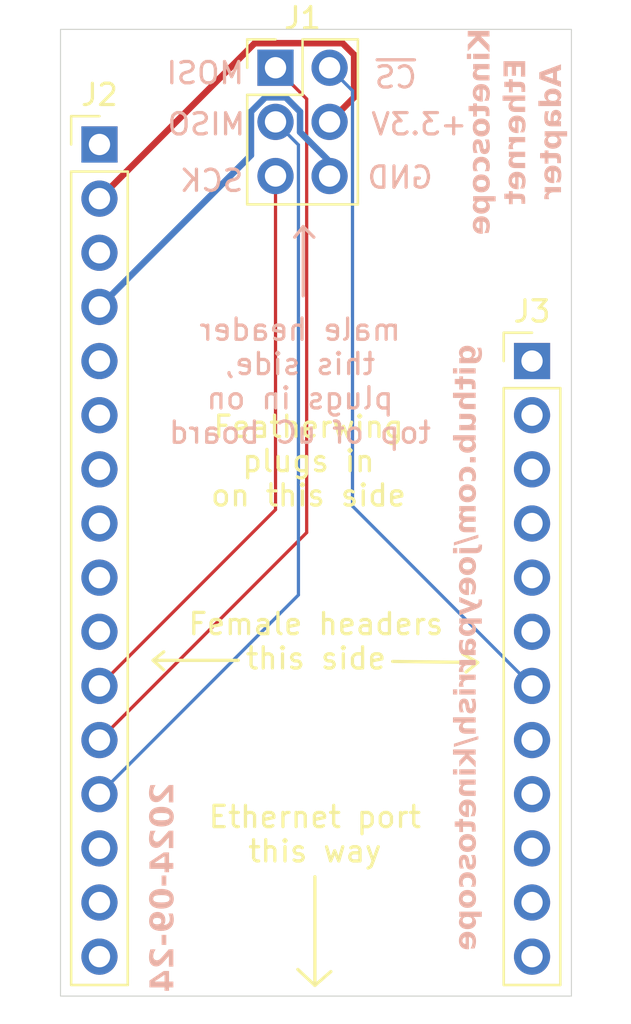
<source format=kicad_pcb>
(kicad_pcb (version 20240108) (generator "pcbnew") (generator_version "8.0")
  (title_block (title "Kinetoscope Ethernet Adapter Board"))
  (layers (0 "F.Cu" signal) (31 "B.Cu" signal) (34 "B.Paste" user) (35 "F.Paste" user) (36 "B.SilkS" user "B.Silkscreen") (37 "F.SilkS" user "F.Silkscreen") (38 "B.Mask" user) (39 "F.Mask" user) (44 "Edge.Cuts" user))
  (net 0 "")
  (net 1 "/MISO")
  (net 2 "/SCK")
  (net 3 "/MOSI")
  (net 4 "/~{CS}")
  (net 5 "GND")
  (net 6 "+3.3V")
  (footprint "Connector_PinHeader_2.54mm:PinHeader_1x12_P2.54mm_Vertical" (layer "F.Cu") (at 36.75 32.06)
    (property "Reference" "J3" (at 0 -2.33 0) (layer "F.SilkS"))
    (property "Value" "Conn_01x12")
    (fp_line (start -1.33 -1.33) (end 0 -1.33) (stroke (width 0.12)) (layer "F.SilkS"))
    (fp_line (start -1.33 0) (end -1.33 -1.33) (stroke (width 0.12)) (layer "F.SilkS"))
    (fp_line (start -1.33 1.27) (end -1.33 29.27) (stroke (width 0.12)) (layer "F.SilkS"))
    (fp_line (start -1.33 1.27) (end 1.33 1.27) (stroke (width 0.12)) (layer "F.SilkS"))
    (fp_line (start -1.33 29.27) (end 1.33 29.27) (stroke (width 0.12)) (layer "F.SilkS"))
    (fp_line (start 1.33 1.27) (end 1.33 29.27) (stroke (width 0.12)) (layer "F.SilkS"))
    (pad "1" thru_hole rect (at 0 0) (size 1.7 1.7) (drill 1) (layers "*.Cu" "*.Mask"))
    (pad "2" thru_hole oval (at 0 2.54) (size 1.7 1.7) (drill 1) (layers "*.Cu" "*.Mask"))
    (pad "3" thru_hole oval (at 0 5.08) (size 1.7 1.7) (drill 1) (layers "*.Cu" "*.Mask"))
    (pad "4" thru_hole oval (at 0 7.62) (size 1.7 1.7) (drill 1) (layers "*.Cu" "*.Mask"))
    (pad "5" thru_hole oval (at 0 10.16) (size 1.7 1.7) (drill 1) (layers "*.Cu" "*.Mask"))
    (pad "6" thru_hole oval (at 0 12.7) (size 1.7 1.7) (drill 1) (layers "*.Cu" "*.Mask"))
    (pad "7" thru_hole oval (at 0 15.24) (size 1.7 1.7) (drill 1) (layers "*.Cu" "*.Mask") (net 4 "/~{CS}"))
    (pad "8" thru_hole oval (at 0 17.78) (size 1.7 1.7) (drill 1) (layers "*.Cu" "*.Mask"))
    (pad "9" thru_hole oval (at 0 20.32) (size 1.7 1.7) (drill 1) (layers "*.Cu" "*.Mask"))
    (pad "10" thru_hole oval (at 0 22.86) (size 1.7 1.7) (drill 1) (layers "*.Cu" "*.Mask"))
    (pad "11" thru_hole oval (at 0 25.4) (size 1.7 1.7) (drill 1) (layers "*.Cu" "*.Mask"))
    (pad "12" thru_hole oval (at 0 27.94) (size 1.7 1.7) (drill 1) (layers "*.Cu" "*.Mask"))
  )
  (footprint "Connector_PinHeader_2.54mm:PinHeader_1x16_P2.54mm_Vertical" (layer "F.Cu") (at 16.43 21.9)
    (property "Reference" "J2" (at 0 -2.33 0) (layer "F.SilkS"))
    (property "Value" "Conn_01x16")
    (fp_line (start -1.33 -1.33) (end 0 -1.33) (stroke (width 0.12)) (layer "F.SilkS"))
    (fp_line (start -1.33 0) (end -1.33 -1.33) (stroke (width 0.12)) (layer "F.SilkS"))
    (fp_line (start -1.33 1.27) (end -1.33 39.43) (stroke (width 0.12)) (layer "F.SilkS"))
    (fp_line (start -1.33 1.27) (end 1.33 1.27) (stroke (width 0.12)) (layer "F.SilkS"))
    (fp_line (start -1.33 39.43) (end 1.33 39.43) (stroke (width 0.12)) (layer "F.SilkS"))
    (fp_line (start 1.33 1.27) (end 1.33 39.43) (stroke (width 0.12)) (layer "F.SilkS"))
    (pad "1" thru_hole rect (at 0 0) (size 1.7 1.7) (drill 1) (layers "*.Cu" "*.Mask"))
    (pad "2" thru_hole oval (at 0 2.54) (size 1.7 1.7) (drill 1) (layers "*.Cu" "*.Mask") (net 6 "+3.3V"))
    (pad "3" thru_hole oval (at 0 5.08) (size 1.7 1.7) (drill 1) (layers "*.Cu" "*.Mask"))
    (pad "4" thru_hole oval (at 0 7.62) (size 1.7 1.7) (drill 1) (layers "*.Cu" "*.Mask") (net 5 "GND"))
    (pad "5" thru_hole oval (at 0 10.16) (size 1.7 1.7) (drill 1) (layers "*.Cu" "*.Mask"))
    (pad "6" thru_hole oval (at 0 12.7) (size 1.7 1.7) (drill 1) (layers "*.Cu" "*.Mask"))
    (pad "7" thru_hole oval (at 0 15.24) (size 1.7 1.7) (drill 1) (layers "*.Cu" "*.Mask"))
    (pad "8" thru_hole oval (at 0 17.78) (size 1.7 1.7) (drill 1) (layers "*.Cu" "*.Mask"))
    (pad "9" thru_hole oval (at 0 20.32) (size 1.7 1.7) (drill 1) (layers "*.Cu" "*.Mask"))
    (pad "10" thru_hole oval (at 0 22.86) (size 1.7 1.7) (drill 1) (layers "*.Cu" "*.Mask"))
    (pad "11" thru_hole oval (at 0 25.4) (size 1.7 1.7) (drill 1) (layers "*.Cu" "*.Mask") (net 2 "/SCK"))
    (pad "12" thru_hole oval (at 0 27.94) (size 1.7 1.7) (drill 1) (layers "*.Cu" "*.Mask") (net 3 "/MOSI"))
    (pad "13" thru_hole oval (at 0 30.48) (size 1.7 1.7) (drill 1) (layers "*.Cu" "*.Mask") (net 1 "/MISO"))
    (pad "14" thru_hole oval (at 0 33.02) (size 1.7 1.7) (drill 1) (layers "*.Cu" "*.Mask"))
    (pad "15" thru_hole oval (at 0 35.56) (size 1.7 1.7) (drill 1) (layers "*.Cu" "*.Mask"))
    (pad "16" thru_hole oval (at 0 38.1) (size 1.7 1.7) (drill 1) (layers "*.Cu" "*.Mask"))
  )
  (footprint "Connector_PinHeader_2.54mm:PinHeader_2x03_P2.54mm_Vertical" (layer "F.Cu") (at 24.7 18.3)
    (property "Reference" "J1" (at 1.27 -2.33 0) (layer "F.SilkS"))
    (property "Value" "Conn_02x03_Odd_Even")
    (fp_line (start -1.33 -1.33) (end 0 -1.33) (stroke (width 0.12)) (layer "F.SilkS"))
    (fp_line (start -1.33 0) (end -1.33 -1.33) (stroke (width 0.12)) (layer "F.SilkS"))
    (fp_line (start -1.33 1.27) (end -1.33 6.41) (stroke (width 0.12)) (layer "F.SilkS"))
    (fp_line (start -1.33 1.27) (end 1.27 1.27) (stroke (width 0.12)) (layer "F.SilkS"))
    (fp_line (start -1.33 6.41) (end 3.87 6.41) (stroke (width 0.12)) (layer "F.SilkS"))
    (fp_line (start 1.27 -1.33) (end 3.87 -1.33) (stroke (width 0.12)) (layer "F.SilkS"))
    (fp_line (start 1.27 1.27) (end 1.27 -1.33) (stroke (width 0.12)) (layer "F.SilkS"))
    (fp_line (start 3.87 -1.33) (end 3.87 6.41) (stroke (width 0.12)) (layer "F.SilkS"))
    (pad "1" thru_hole rect (at 0 0) (size 1.7 1.7) (drill 1) (layers "*.Cu" "*.Mask") (net 3 "/MOSI"))
    (pad "2" thru_hole oval (at 2.54 0) (size 1.7 1.7) (drill 1) (layers "*.Cu" "*.Mask") (net 4 "/~{CS}"))
    (pad "3" thru_hole oval (at 0 2.54) (size 1.7 1.7) (drill 1) (layers "*.Cu" "*.Mask") (net 1 "/MISO"))
    (pad "4" thru_hole oval (at 2.54 2.54) (size 1.7 1.7) (drill 1) (layers "*.Cu" "*.Mask") (net 6 "+3.3V"))
    (pad "5" thru_hole oval (at 0 5.08) (size 1.7 1.7) (drill 1) (layers "*.Cu" "*.Mask") (net 2 "/SCK"))
    (pad "6" thru_hole oval (at 2.54 5.08) (size 1.7 1.7) (drill 1) (layers "*.Cu" "*.Mask") (net 5 "GND"))
  )
  (gr_line (start 26 25.75) (end 25.6 26.25) (stroke (width 0.1524)) (layer "B.SilkS"))
  (gr_line (start 26 29) (end 26 25.75) (stroke (width 0.1524)) (layer "B.SilkS"))
  (gr_line (start 26 25.75) (end 26.5 26.25) (stroke (width 0.1524)) (layer "B.SilkS"))
  (gr_line (start 34.2 46.2) (end 33.65 46.65) (stroke (width 0.1524)) (layer "F.SilkS"))
  (gr_line (start 18.95 46.1) (end 19.45 45.7) (stroke (width 0.1524)) (layer "F.SilkS"))
  (gr_line (start 26.55 61.35) (end 25.75 60.6) (stroke (width 0.1524)) (layer "F.SilkS"))
  (gr_line (start 18.95 46.1) (end 19.45 46.55) (stroke (width 0.1524)) (layer "F.SilkS"))
  (gr_line (start 26.55 56.25) (end 26.55 61.35) (stroke (width 0.1524)) (layer "F.SilkS"))
  (gr_line (start 22.95 46.1) (end 18.95 46.1) (stroke (width 0.1524)) (layer "F.SilkS"))
  (gr_line (start 30.2 46.15) (end 34.2 46.2) (stroke (width 0.1524)) (layer "F.SilkS"))
  (gr_line (start 26.55 61.35) (end 27.3 60.7) (stroke (width 0.1524)) (layer "F.SilkS"))
  (gr_line (start 34.2 46.2) (end 33.5 45.8) (stroke (width 0.1524)) (layer "F.SilkS"))
  (gr_rect (start 14.6 16.5) (end 38.6 61.85) (stroke (width 0.05)) (fill none) (layer "Edge.Cuts"))
  (gr_text "2024-09-24" (at 18.8 56.75 90) (layer "B.SilkS") (effects (font (size 1.1 1.1) (thickness 0.25) (bold yes)) (justify top mirror)))
  (gr_text "male header\nthis side,\nplugs in on\ntop of uC board" (at 25.85 33 0) (layer "B.SilkS") (effects (font (size 1 1) (thickness 0.1524)) (justify mirror)))
  (gr_text "github.com/joeyparrish/kinetoscope" (at 33.1 45.5 90) (layer "B.SilkS") (effects (font (size 1 1) (thickness 0.2) (bold yes)) (justify top mirror)))
  (gr_text "~{CS}" (at 30.35 18.75 0) (layer "B.SilkS") (effects (font (size 1 1) (thickness 0.1524)) (justify mirror)))
  (gr_text "Kinetoscope\nEthernet\nAdapter" (at 33.75 21.3 90) (layer "B.SilkS") (effects (font (size 1 1) (thickness 0.25) (bold yes)) (justify top mirror)))
  (gr_text "MOSI" (at 21.4 18.55 0) (layer "B.SilkS") (effects (font (size 1 1) (thickness 0.1524)) (justify mirror)))
  (gr_text "+3.3V" (at 31.45 20.95 0) (layer "B.SilkS") (effects (font (size 1 1) (thickness 0.1524)) (justify mirror)))
  (gr_text "GND" (at 30.55 23.45 0) (layer "B.SilkS") (effects (font (size 1 1) (thickness 0.1524)) (justify mirror)))
  (gr_text "MISO" (at 21.45 20.95 0) (layer "B.SilkS") (effects (font (size 1 1) (thickness 0.1524)) (justify mirror)))
  (gr_text "SCK" (at 21.7 23.6 0) (layer "B.SilkS") (effects (font (size 1 1) (thickness 0.1524)) (justify mirror)))
  (gr_text "Female headers\nthis side" (at 26.6 45.2 0) (layer "F.SilkS") (effects (font (size 1 1) (thickness 0.1524))))
  (gr_text "Ethernet port\nthis way" (at 26.55 54.25 0) (layer "F.SilkS") (effects (font (size 1 1) (thickness 0.1524))))
  (gr_text "Featherwing\nplugs in\non this side" (at 26.25 36.75 0) (layer "F.SilkS") (effects (font (size 1 1) (thickness 0.1524))))
  (segment (start 25.7762 21.9162) (end 25.7762 43.0338) (width 0.1524) (layer "B.Cu") (net 1))
  (segment (start 25.7762 43.0338) (end 16.43 52.38) (width 0.1524) (layer "B.Cu") (net 1))
  (segment (start 24.7 20.84) (end 25.7762 21.9162) (width 0.1524) (layer "B.Cu") (net 1))
  (segment (start 24.7 39.03) (end 16.43 47.3) (width 0.1524) (layer "F.Cu") (net 2))
  (segment (start 24.7 23.38) (end 24.7 39.03) (width 0.1524) (layer "F.Cu") (net 2))
  (segment (start 16.43 49.84) (end 26.1638 40.1062) (width 0.1524) (layer "F.Cu") (net 3))
  (segment (start 26.1638 19.7638) (end 24.7 18.3) (width 0.1524) (layer "F.Cu") (net 3))
  (segment (start 26.1638 40.1062) (end 26.1638 19.7638) (width 0.1524) (layer "F.Cu") (net 3))
  (segment (start 27.24 18.3) (end 28.3162 19.3762) (width 0.1524) (layer "B.Cu") (net 4))
  (segment (start 28.3162 19.3762) (end 28.3162 38.8662) (width 0.1524) (layer "B.Cu") (net 4))
  (segment (start 28.3162 38.8662) (end 36.75 47.3) (width 0.1524) (layer "B.Cu") (net 4))
  (segment (start 16.43 29.52) (end 23.5476 22.4024) (width 0.3048) (layer "B.Cu") (net 5))
  (segment (start 25.8524 21.31734) (end 27.24 22.70494) (width 0.3048) (layer "B.Cu") (net 5))
  (segment (start 24.22266 19.6876) (end 25.17734 19.6876) (width 0.3048) (layer "B.Cu") (net 5))
  (segment (start 23.5476 20.36266) (end 24.22266 19.6876) (width 0.3048) (layer "B.Cu") (net 5))
  (segment (start 27.24 22.70494) (end 27.24 23.38) (width 0.3048) (layer "B.Cu") (net 5))
  (segment (start 25.17734 19.6876) (end 25.8524 20.36266) (width 0.3048) (layer "B.Cu") (net 5))
  (segment (start 23.5476 22.4024) (end 23.5476 20.36266) (width 0.3048) (layer "B.Cu") (net 5))
  (segment (start 25.8524 20.36266) (end 25.8524 21.31734) (width 0.3048) (layer "B.Cu") (net 5))
  (segment (start 23.7224 17.1476) (end 27.8476 17.1476) (width 0.3048) (layer "F.Cu") (net 6))
  (segment (start 27.8476 17.1476) (end 28.3924 17.6924) (width 0.3048) (layer "F.Cu") (net 6))
  (segment (start 16.43 24.44) (end 23.7224 17.1476) (width 0.3048) (layer "F.Cu") (net 6))
  (segment (start 28.3924 19.6876) (end 27.24 20.84) (width 0.3048) (layer "F.Cu") (net 6))
  (segment (start 28.3924 17.6924) (end 28.3924 19.6876) (width 0.3048) (layer "F.Cu") (net 6))
)
</source>
